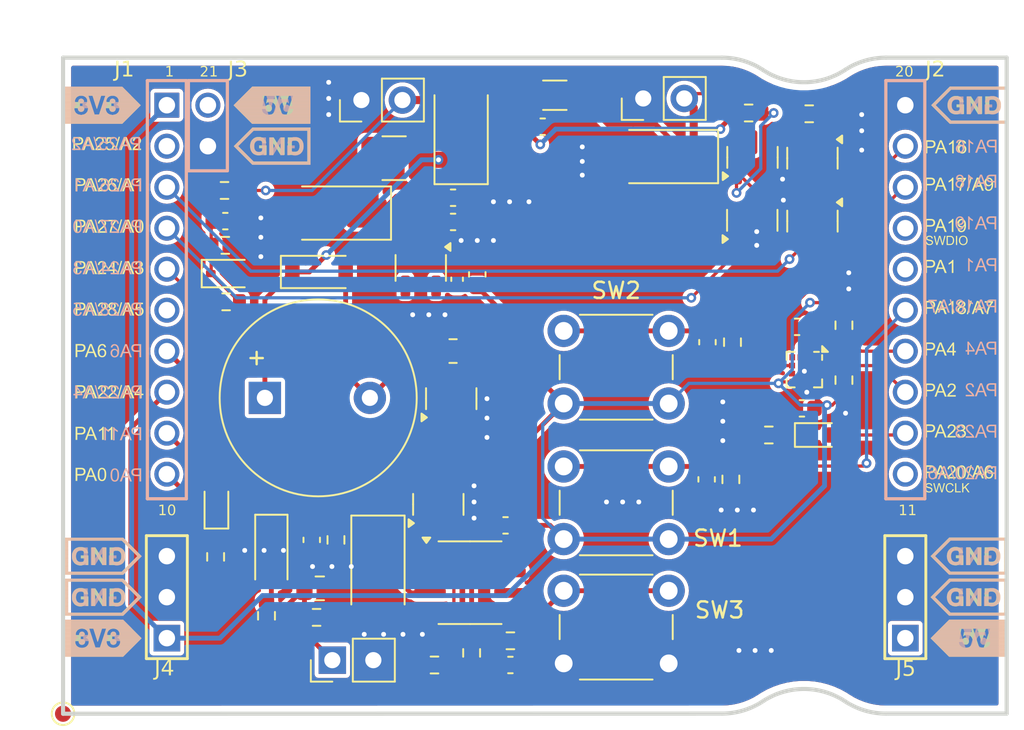
<source format=kicad_pcb>
(kicad_pcb (version 20240108) (generator "pcbnew") (generator_version "8.0")
  (layers (0 "F.Cu" signal "Top Layer") (31 "B.Cu" signal "Bottom Layer") (34 "B.Paste" user "Bottom Paste") (35 "F.Paste" user "Top Paste") (36 "B.SilkS" user "Bottom Overlay") (37 "F.SilkS" user "Top Overlay") (38 "B.Mask" user "Bottom Solder") (39 "F.Mask" user "Top Solder") (44 "Edge.Cuts" user))
  (net 0 "")
  (net 1 "PA11_BP")
  (net 2 "PA18_A7_BP")
  (net 3 "PA17_A9_BP")
  (net 4 "PA28_A5")
  (net 5 "PA27_UART_TX_A0")
  (net 6 "PA26_UART_RX_A1")
  (net 7 "PA20_A6")
  (net 8 "PA0_BP")
  (net 9 "PA1_NRST")
  (net 10 "PA25_A2")
  (net 11 "PA24_A3")
  (net 12 "PA23")
  (net 13 "PA22_A4")
  (net 14 "PA19")
  (net 15 "PA16")
  (net 16 "PA6")
  (net 17 "PA4")
  (net 18 "PA2")
  (net 19 "GND")
  (net 20 "+5V")
  (net 21 "3V3")
  (net 22 "12V")
  (net 23 "Net-(C17-Pad2)")
  (net 24 "Net-(D10-K)")
  (net 25 "Net-(BZ1-+)")
  (net 26 "VIN")
  (net 27 "LIN")
  (net 28 "Net-(D10-A)")
  (net 29 "Net-(Q1-C)")
  (net 30 "Net-(Q2-B)")
  (net 31 "Net-(Q5-C)")
  (net 32 "Net-(Q8-B)")
  (net 33 "Net-(D13-K)")
  (net 34 "Net-(U6A--)")
  (net 43 "V_ALL")
  (net 44 "Net-(D1-K)")
  (net 45 "Net-(D2-K)")
  (footprint "Resistor_SMD:R_0603_1608Metric" (layer "F.Cu") (at 165.487 88.15805 180)
    (property "Reference" "R21" (hide yes))
    (property "Value" "22K")
  )
  (footprint "Resistor_SMD:R_0603_1608Metric" (layer "F.Cu") (at 162.987 108.05805)
    (property "Reference" "R26" (hide yes))
    (property "Value" "560R")
  )
  (footprint "Resistor_SMD:R_0603_1608Metric" (layer "F.Cu") (at 142.287 122.30805)
    (property "Reference" "R27" (hide yes))
    (property "Value" "100K")
  )
  (footprint "Capacitor_SMD:C_0805_2012Metric" (layer "F.Cu") (at 135.187 117.55805 180)
    (property "Reference" "C17" (hide yes))
    (property "Value" "8.2nF")
  )
  (footprint "Resistor_SMD:R_0603_1608Metric" (layer "F.Cu") (at 146.987 120.80805)
    (property "Reference" "R10" (hide yes))
    (property "Value" "10K")
  )
  (footprint "Diode_SMD:D_SMA" (layer "F.Cu") (at 138.787 116.55805 -90)
    (property "Reference" "D11" (hide yes))
    (property "Value" "30V")
  )
  (footprint "LED_SMD:LED_0603_1608Metric" (layer "F.Cu") (at 128.787 112.36805 90)
    (property "Reference" "D2" (hide yes))
    (property "Value" "LED")
  )
  (footprint "Capacitor_SMD:C_0603_1608Metric" (layer "F.Cu") (at 159.137 110.80805 -90)
    (property "Reference" "C2" (hide yes))
    (property "Value" "0.1uF/50V")
  )
  (footprint "Resistor_SMD:R_0603_1608Metric" (layer "F.Cu") (at 167.637 104.65805 90)
    (property "Reference" "R1" (hide yes))
    (property "Value" "4.7K")
  )
  (footprint "Resistor_SMD:R_0603_1608Metric" (layer "F.Cu") (at 161.737 88.10805)
    (property "Reference" "R14" (hide yes))
    (property "Value" "22K")
  )
  (footprint "Connector_PinHeader_2.54mm:PinHeader_1x02_P2.54mm_Vertical" (layer "F.Cu") (at 137.762 87.30805 90)
    (property "Reference" "J1" (hide yes))
    (property "Value" "PWR")
  )
  (footprint "Package_TO_SOT_SMD:SOT-23" (layer "F.Cu") (at 142.5245 112.35805 90)
    (property "Reference" "Q8" (hide yes))
    (property "Value" "PDTC123JT")
  )
  (footprint "Package_TO_SOT_SMD:SOT-23" (layer "F.Cu") (at 161.962 94.75805 90)
    (property "Reference" "Q4" (hide yes))
    (property "Value" "PDTC123JT")
  )
  (footprint "Resistor_SMD:R_1210_3225Metric" (layer "F.Cu") (at 139.787 90.90805)
    (property "Reference" "R11" (hide yes))
    (property "Value" "47R-1/2W")
  )
  (footprint "Diode_SMD:D_SMA" (layer "F.Cu") (at 143.937 89.00805 90)
    (property "Reference" "D4" (hide yes))
    (property "Value" "S1M-13-F")
  )
  (footprint "Package_LGA:LGA-12_2x2mm_P0.5mm" (layer "F.Cu") (at 165.187 104.00805 -90)
    (property "Reference" "U1" (hide yes))
    (property "Value" "SC7A20")
  )
  (footprint "Diode_SMD:D_SOD-323" (layer "F.Cu") (at 129.487 98.05805)
    (property "Reference" "D1" (hide yes))
    (property "Value" "3V6")
  )
  (footprint "Connector_PinHeader_2.54mm:PinHeader_1x02_P2.54mm_Vertical" (layer "F.Cu") (at 135.962 122.00805 90)
    (property "Reference" "L1" (hide yes))
    (property "Value" "L")
  )
  (footprint "Diode_SMD:D_SOD-123" (layer "F.Cu") (at 135.137 97.95805)
    (property "Reference" "D3" (hide yes))
    (property "Value" "1N4148W")
  )
  (footprint "Capacitor_SMD:C_0603_1608Metric" (layer "F.Cu") (at 146.687 113.65805 180)
    (property "Reference" "C20" (hide yes))
    (property "Value" "0.1uF/50V")
  )
  (footprint "Diode_SMD:D_SOD-123" (layer "F.Cu") (at 132.187 115.35805 -90)
    (property "Reference" "D10" (hide yes))
    (property "Value" "1N4148W")
  )
  (footprint "Capacitor_SMD:C_0402_1005Metric" (layer "F.Cu") (at 143.687 98.40805 90)
    (property "Reference" "C14" (hide yes))
    (property "Value" "0.1uF/50V")
  )
  (footprint "Resistor_SMD:R_0603_1608Metric" (layer "F.Cu") (at 131.887 119.25805 -90)
    (property "Reference" "R24" (hide yes))
    (property "Value" "1K")
  )
  (footprint "Capacitor_SMD:C_0603_1608Metric" (layer "F.Cu") (at 165.037 106.40805)
    (property "Reference" "C3" (hide yes))
    (property "Value" "0.1uF")
  )
  (footprint "Resistor_SMD:R_0603_1608Metric" (layer "F.Cu") (at 136.187 114.55805 90)
    (property "Reference" "R25" (hide yes))
    (property "Value" "470K")
  )
  (footprint "Package_TO_SOT_SMD:SOT-23" (layer "F.Cu") (at 143.3245 105.80805 90)
    (property "Reference" "Q1" (hide yes))
    (property "Value" "PDTC123JT")
  )
  (footprint "Resistor_SMD:R_0603_1608Metric" (layer "F.Cu") (at 129.387 99.80805)
    (property "Reference" "R9" (hide yes))
    (property "Value" "1K")
  )
  (footprint "Package_TO_SOT_SMD:SOT-23" (layer "F.Cu") (at 165.687 90.90805 -90)
    (property "Reference" "Q5" (hide yes))
    (property "Value" "PDTC123JT")
  )
  (footprint "Button_Switch_THT:SW_PUSH_6mm" (layer "F.Cu") (at 156.787 114.50805 180)
    (property "Reference" "SW1")
    (property "Value" "SW_Push")
  )
  (footprint "haidv-library:BRT1209PF-06" (layer "F.Cu") (at 131.287 105.75805)
    (property "Reference" "BZ1" (hide yes))
    (property "Value" "Buzzer")
  )
  (footprint "Package_TO_SOT_SMD:SOT-23" (layer "F.Cu") (at 161.9745 90.85805 90)
    (property "Reference" "Q2" (hide yes))
    (property "Value" "PBSS4041NT,215")
  )
  (footprint "Capacitor_SMD:C_0603_1608Metric" (layer "F.Cu") (at 143.437 94.85805)
    (property "Reference" "C9" (hide yes))
    (property "Value" "2.2uF/25V")
  )
  (footprint "Package_SO:SOIC-8_3.9x4.9mm_P1.27mm" (layer "F.Cu") (at 144.487 117.20805)
    (property "Reference" "U6" (hide yes))
    (property "Value" "LM358")
  )
  (footprint "Resistor_SMD:R_0603_1608Metric" (layer "F.Cu") (at 144.587 121.55805 -90)
    (property "Reference" "R28" (hide yes))
    (property "Value" "100K")
  )
  (footprint "Diode_SMD:D_SMA" (layer "F.Cu") (at 156.337 90.80805 180)
    (property "Reference" "D5" (hide yes))
    (property "Value" "TVS20V")
  )
  (footprint "Resistor_SMD:R_0603_1608Metric" (layer "F.Cu") (at 129.287 92.90805 180)
    (property "Reference" "R3" (hide yes))
    (property "Value" "100K")
  )
  (footprint "Connector_PinHeader_2.54mm:PinHeader_1x02_P2.54mm_Vertical" (layer "F.Cu") (at 155.212 87.20805 90)
    (property "Reference" "J2" (hide yes))
    (property "Value" "KLINE")
  )
  (footprint "Capacitor_SMD:C_0603_1608Metric" (layer "F.Cu") (at 134.687 114.55805 90)
    (property "Reference" "C18" (hide yes))
    (property "Value" "1nF")
  )
  (footprint "Resistor_SMD:R_0603_1608Metric" (layer "F.Cu") (at 160.737 102.30805 90)
    (property "Reference" "R4" (hide yes))
    (property "Value" "10K")
  )
  (footprint "Resistor_SMD:R_0603_1608Metric" (layer "F.Cu") (at 134.987 119.35805 180)
    (property "Reference" "R22" (hide yes))
    (property "Value" "220K")
  )
  (footprint "Button_Switch_THT:SW_PUSH_6mm" (layer "F.Cu") (at 156.787 106.10805 180)
    (property "Reference" "SW2")
    (property "Value" "SW_Push")
  )
  (footprint "Resistor_SMD:R_0603_1608Metric" (layer "F.Cu") (at 167.637 101.25805 -90)
    (property "Reference" "R2" (hide yes))
    (property "Value" "4.7K")
  )
  (footprint "Capacitor_SMD:C_0603_1608Metric" (layer "F.Cu") (at 148.987 88.95805)
    (property "Reference" "C5" (hide yes))
    (property "Value" "0.1uF/50V")
  )
  (footprint "Resistor_SMD:R_0603_1608Metric" (layer "F.Cu") (at 129.337 96.30805 180)
    (property "Reference" "R5" (hide yes))
    (property "Value" "10K")
  )
  (footprint "Capacitor_SMD:C_0603_1608Metric" (layer "F.Cu") (at 159.187 102.30805 -90)
    (property "Reference" "C7" (hide yes))
    (property "Value" "0.1uF/50V")
  )
  (footprint "Package_TO_SOT_SMD:SOT-23-5" (layer "F.Cu") (at 141.437 97.70805 -90)
    (property "Reference" "U4" (hide yes))
    (property "Value" "AP7380-33W5-7")
  )
  (footprint "Package_TO_SOT_SMD:SOT-23" (layer "F.Cu") (at 165.687 94.80805 -90)
    (property "Reference" "Q6" (hide yes))
    (property "Value" "PDTC123JT")
  )
  (footprint "Capacitor_SMD:C_0603_1608Metric" (layer "F.Cu") (at 164.737 101.35805 180)
    (property "Reference" "C4" (hide yes))
    (property "Value" "0.1uF")
  )
  (footprint "Resistor_SMD:R_0805_2012Metric_Pad1.20x1.40mm_HandSolder" (layer "F.Cu") (at 143.437 102.85805 180)
    (property "Reference" "R7" (hide yes))
    (property "Value" "100R")
  )
  (footprint "Vault:PEC03SAAN_Launchpad_3V3" (layer "F.Cu") (at 125.7173 118.10555 90)
    (property "Reference" "J4")
    (property "Value" "PEC03SAAN" (hide yes))
  )
  (footprint "LED_SMD:LED_0603_1608Metric" (layer "F.Cu") (at 166.087 108.05805)
    (property "Reference" "D13" (hide yes))
    (property "Value" "LED")
  )
  (footprint "Capacitor_SMD:C_0603_1608Metric" (layer "F.Cu") (at 146.987 122.30805 180)
    (property "Reference" "C8" (hide yes))
    (property "Value" "0.1uF/50V")
  )
  (footprint "Capacitor_SMD:C_0603_1608Metric" (layer "F.Cu") (at 143.437 93.35805)
    (property "Reference" "C6" (hide yes))
    (property "Value" "0.1uF/50V")
  )
  (footprint "Resistor_SMD:R_0603_1608Metric" (layer "F.Cu") (at 128.737 115.60805 90)
    (property "Reference" "R8" (hide yes))
    (property "Value" "560R")
  )
  (footprint "Resistor_SMD:R_1206_3216Metric" (layer "F.Cu") (at 149.737 87.00805 180)
    (property "Reference" "R12" (hide yes))
    (property "Value" "1K")
  )
  (footprint "Diode_SMD:D_SMA" (layer "F.Cu") (at 136.087 94.30805 180)
    (property "Reference" "D6" (hide yes))
    (property "Value" "TVS20V")
  )
  (footprint "Capacitor_SMD:C_0603_1608Metric" (layer "F.Cu") (at 144.937 98.10805 90)
    (property "Reference" "C15" (hide yes))
    (property "Value" "4.7uF/10V")
  )
  (footprint "TestPoint:TestPoint_Pad_D1.0mm" (layer "F.Cu") (at 119.2911 125.32805)
    (property "Reference" "TP1" (hide yes))
    (property "Value" "GND")
  )
  (footprint "Vault:PEC03SAAN_Launchpad_5V0" (layer "F.Cu") (at 171.4373 118.10555 90)
    (property "Reference" "J5")
    (property "Value" "PEC03SAAN" (hide yes))
  )
  (footprint "Resistor_SMD:R_0603_1608Metric" (layer "F.Cu") (at 160.637 110.80805 90)
    (property "Reference" "R6" (hide yes))
    (property "Value" "10K")
  )
  (footprint "Button_Switch_THT:SW_PUSH_6mm" (layer "F.Cu") (at 156.787 122.20805 180)
    (property "Reference" "SW3")
    (property "Value" "SW_Push")
  )
  (footprint "Capacitor_SMD:C_0603_1608Metric" (layer "F.Cu") (at 129.337 94.80805)
    (property "Reference" "C1" (hide yes))
    (property "Value" "0.1uF")
  )
  (footprint "Vault:BoosterPack_20pin_J2" (layer "B.Cu") (at 171.4373 99.05555 180)
    (property "Reference" "J2" (hide yes))
    (property "Value" "SSQ-110-03-F-S" (hide yes))
  )
  (footprint "Vault:BoosterPack_20pin_J3" (layer "B.Cu") (at 128.2573 88.89555 180)
    (property "Reference" "J3" (hide yes))
    (property "Value" "SSQ-102-03-F-S" (hide yes))
  )
  (footprint "Vault:BoosterPack_20pin_J1" (layer "B.Cu") (at 125.7173 99.05555 180)
    (property "Reference" "J1" (hide yes))
    (property "Value" "SSQ-110-03-F-S" (hide yes))
  )
  (gr_arc (start 160.0835 84.67915) (mid 161.409418 84.873754) (end 162.623499 85.44115) (stroke (width 0.254)) (layer "Edge.Cuts"))
  (gr_line (start 167.703498 124.557317) (end 167.703498 124.55732) (stroke (width 0.05)) (layer "Edge.Cuts"))
  (gr_arc (start 162.623538 124.552894) (mid 161.409763 125.122521) (end 160.083492 125.319324) (stroke (width 0.254)) (layer "Edge.Cuts"))
  (gr_arc (start 162.62354 124.55289) (mid 165.164183 123.793094) (end 167.703498 124.55732) (stroke (width 0.254)) (layer "Edge.Cuts"))
  (gr_line (start 162.623499 85.44115) (end 162.62349 85.441152) (stroke (width 0.05)) (layer "Edge.Cuts"))
  (gr_line (start 162.62354 124.55289) (end 162.623538 124.552894) (stroke (width 0.05)) (layer "Edge.Cuts"))
  (gr_line (start 170.2435 84.68) (end 177.7111 84.679088) (stroke (width 0.254)) (layer "Edge.Cuts"))
  (gr_line (start 119.2911 125.32805) (end 119.2911 84.67915) (stroke (width 0.254)) (layer "Edge.Cuts"))
  (gr_arc (start 167.703448 85.441206) (mid 165.163461 86.203177) (end 162.62349 85.441152) (stroke (width 0.254)) (layer "Edge.Cuts"))
  (gr_line (start 177.7111 84.67915) (end 177.7111 125.31915) (stroke (width 0.254)) (layer "Edge.Cuts"))
  (gr_line (start 160.083492 125.319324) (end 160.0835 125.31932) (stroke (width 0.05)) (layer "Edge.Cuts"))
  (gr_line (start 160.0835 125.31932) (end 119.2911 125.32805) (stroke (width 0.254)) (layer "Edge.Cuts"))
  (gr_line (start 177.7111 125.31915) (end 170.243499 125.31915) (stroke (width 0.254)) (layer "Edge.Cuts"))
  (gr_arc (start 167.703451 85.441205) (mid 168.917614 84.874207) (end 170.243496 84.68) (stroke (width 0.254)) (layer "Edge.Cuts"))
  (gr_line (start 119.2911 84.67915) (end 160.0835 84.67915) (stroke (width 0.254)) (layer "Edge.Cuts"))
  (gr_arc (start 170.243499 125.31915) (mid 168.917589 125.124638) (end 167.703498 124.557317) (stroke (width 0.254)) (layer "Edge.Cuts"))
  (gr_line (start 170.243496 84.68) (end 170.2435 84.68) (stroke (width 0.05)) (layer "Edge.Cuts"))
  (gr_line (start 167.703448 85.441206) (end 167.703451 85.441205) (stroke (width 0.05)) (layer "Edge.Cuts"))
  (gr_text_box "PA1" (start 174.60781 96.517606) (end 177.75385 98.686254) (layer "B.SilkS") (effects (font (size 0.8001 0.8001) (thickness 0.1524)) (justify left top mirror)) (border no) (stroke (width 0.1)))
  (gr_text_box "PA27/A0" (start 119.17566 94.135036) (end 124.81438 96.327234) (layer "B.SilkS") (effects (font (size 0.8001 0.8001) (thickness 0.1524)) (justify left top mirror)) (border no) (stroke (width 0.1)))
  (gr_text_box "PA26/A1" (start 119.32936 91.569636) (end 124.81438 93.761834) (layer "B.SilkS") (effects (font (size 0.8001 0.8001) (thickness 0.1524)) (justify left top mirror)) (border no) (stroke (width 0.1)))
  (gr_text_box "PA11" (start 121.03618 106.985586) (end 124.81438 109.154234) (layer "B.SilkS") (effects (font (size 0.8001 0.8001) (thickness 0.1524)) (justify left top mirror)) (border no) (stroke (width 0.1)))
  (gr_text_box "PA6" (start 121.51216 101.841146) (end 124.81438 104.023434) (layer "B.SilkS") (effects (font (size 0.8001 0.8001) (thickness 0.1524)) (justify left top mirror)) (border no) (stroke (width 0.1)))
  (gr_text_box "PA18" (start 173.81699 91.341416) (end 177.75385 93.523704) (layer "B.SilkS") (effects (font (size 0.8001 0.8001) (thickness 0.1524)) (justify left top mirror)) (border no) (stroke (width 0.1)))
  (gr_text_box "PA20/A6" (start 172.11265 109.400436) (end 177.75385 111.592634) (layer "B.SilkS") (effects (font (size 0.8001 0.8001) (thickness 0.1524)) (justify left top mirror)) (border no) (stroke (width 0.1)))
  (gr_text_box "PA25/A2" (start 119.10442 89.004236) (end 124.73818 91.196434) (layer "B.SilkS") (effects (font (size 0.8001 0.8001) (thickness 0.1524)) (justify left top mirror)) (border no) (stroke (width 0.1)))
  (gr_text_box "PA2" (start 174.45906 104.261436) (end 177.75385 106.430084) (layer "B.SilkS") (effects (font (size 0.8001 0.8001) (thickness 0.1524)) (justify left top mirror)) (border no) (stroke (width 0.1)))
  (gr_text_box "PA22/A4" (start 119.17566 104.396636) (end 124.81438 106.588834) (layer "B.SilkS") (effects (font (size 0.8001 0.8001) (thickness 0.1524)) (justify left top mirror)) (border no) (stroke (width 0.1)))
  (gr_text_box "PA16" (start 172.11294 89.172531) (end 177.77338 91.843569) (layer "B.SilkS") (effects (font (size 0.8001 0.8001) (thickness 0.1524)) (justify left top mirror)) (border no) (stroke (width 0.1)))
  (gr_text_box "PA19" (start 173.81699 93.922696) (end 177.75385 96.104984) (layer "B.SilkS") (effects (font (size 0.8001 0.8001) (thickness 0.1524)) (justify left top mirror)) (border no) (stroke (width 0.1)))
  (gr_text_box "PA18/A7" (start 172.11265 99.075336) (end 177.75385 101.267534) (layer "B.SilkS") (effects (font (size 0.8001 0.8001) (thickness 0.1524)) (justify left top mirror)) (border no) (stroke (width 0.1)))
  (gr_text_box "PA0" (start 121.51464 109.537346) (end 124.81438 111.719634) (layer "B.SilkS") (effects (font (size 0.8001 0.8001) (thickness 0.1524)) (justify left top mirror)) (border no) (stroke (width 0.1)))
  (gr_text_box "PA28/A5" (start 119.16699 99.265836) (end 124.81438 101.458034) (layer "B.SilkS") (effects (font (size 0.8001 0.8001) (thickness 0.1524)) (justify left top mirror)) (border no) (stroke (width 0.1)))
  (gr_text_box "PA4" (start 174.45411 101.683866) (end 177.75385 103.848804) (layer "B.SilkS") (effects (font (size 0.8001 0.8001) (thickness 0.1524)) (justify left top mirror)) (border no) (stroke (width 0.1)))
  (gr_text_box "PA24/A3" (start 119.17318 96.700436) (end 124.81438 98.892634) (layer "B.SilkS") (effects (font (size 0.8001 0.8001) (thickness 0.1524)) (justify left top mirror)) (border no) (stroke (width 0.1)))
  (gr_text_box "PA23" (start 173.81947 106.829066) (end 177.75385 109.011354) (layer "B.SilkS") (effects (font (size 0.8001 0.8001) (thickness 0.1524)) (justify left top mirror)) (border no) (stroke (width 0.1)))
  (gr_text_box "PA1" (start 171.98462 96.619306) (end 178.71314 98.810084) (layer "F.SilkS") (effects (font (size 0.8001 0.8001) (thickness 0.1524)) (justify left top)) (border no) (stroke (width 0.1)))
  (gr_text_box "PA19" (start 171.98462 94.081446) (end 175.92148 96.263734) (layer "F.SilkS") (effects (font (size 0.8001 0.8001) (thickness 0.1524)) (justify left top)) (border no) (stroke (width 0.1)))
  (gr_text_box "PA28/A5" (start 119.38122 99.261746) (end 125.88278 101.619134) (layer "F.SilkS") (effects (font (size 0.8001 0.8001) (thickness 0.1524)) (justify left top)) (border no) (stroke (width 0.1)))
  (gr_text_box "SWCLK" (start 172.214764 110.632661) (end 175.912136 112.167299) (layer "F.SilkS") (effects (font (size 0.56007 0.56007) (thickness 0.1524)) (justify left top)) (border no) (stroke (width 0.1)))
  (gr_text_box "PA24/A3" (start 119.38122 96.693586) (end 125.87504 99.051684) (layer "F.SilkS") (effects (font (size 0.8001 0.8001) (thickness 0.1524)) (justify left top)) (border no) (stroke (width 0.1)))
  (gr_text_box "PA11" (start 119.38122 106.961396) (end 123.6461 109.289234) (layer "F.SilkS") (effects (font (size 0.8001 0.8001) (thickness 0.1524)) (justify left top)) (border no) (stroke (width 0.1)))
  (gr_text_box "SWDIO" (start 172.250724 95.30805) (end 177.523276 97.573918) (layer "F.SilkS") (effects (font (size 0.56007 0.56007) (thickness 0.1524)) (justify left top)) (border no) (stroke (width 0.1)))
  (gr_text_box "PA16" (start 172.00678 89.20805) (end 177.66722 92.133008) (layer "F.SilkS") (effects (font (size 0.8001 0.8001) (thickness 0.1524)) (justify left top)) (border no) (stroke (width 0.1)))
  (gr_text_box "PA26/A1" (start 119.38122 91.558886) (end 125.68719 93.916274) (layer "F.SilkS") (effects (font (size 0.8001 0.8001) (thickness 0.1524)) (justify left top)) (border no) (stroke (width 0.1)))
  (gr_text_box "PA0" (start 119.38122 109.502606) (end 123.22649 111.846634) (layer "F.SilkS") (effects (font (size 0.8001 0.8001) (thickness 0.1524)) (justify left top)) (border no) (stroke (width 0.1)))
  (gr_text_box "PA22/A4" (start 119.38122 104.386586) (end 125.87153 106.743974) (layer "F.SilkS") (effects (font (size 0.8001 0.8001) (thickness 0.1524)) (justify left top)) (border no) (stroke (width 0.1)))
  (gr_text_box "PA6" (start 119.38122 101.832506) (end 123.22649 104.176534) (layer "F.SilkS") (effects (font (size 0.8001 0.8001) (thickness 0.1524)) (justify left top)) (border no) (stroke (width 0.1)))
  (gr_text_box "PA23" (start 171.98462 106.813196) (end 175.919 108.995484) (layer "F.SilkS") (effects (font (size 0.8001 0.8001) (thickness 0.1524)) (justify left top)) (border no) (stroke (width 0.1)))
  (gr_text_box "PA2" (start 171.98462 104.280486) (end 175.27941 106.449134) (layer "F.SilkS") (effects (font (size 0.8001 0.8001) (thickness 0.1524)) (justify left top)) (border no) (stroke (width 0.1)))
  (gr_text_box "PA20/A6" (start 171.98462 109.349636) (end 177.62582 111.541834) (layer "F.SilkS") (effects (font (size 0.8001 0.8001) (thickness 0.1524)) (justify left top)) (border no) (stroke (width 0.1)))
  (gr_text_box "PA4" (start 171.98462 101.737846) (end 175.28436 103.902784) (layer "F.SilkS") (effects (font (size 0.8001 0.8001) (thickness 0.1524)) (justify left top)) (border no) (stroke (width 0.1)))
  (gr_text_box "PA18/A7" (start 171.98462 99.164236) (end 177.62582 101.356434) (layer "F.SilkS") (effects (font (size 0.8001 0.8001) (thickness 0.1524)) (justify left top)) (border no) (stroke (width 0.1)))
  (gr_text_box "PA27/A0" (start 119.38122 94.126326) (end 125.87153 96.483714) (layer "F.SilkS") (effects (font (size 0.8001 0.8001) (thickness 0.1524)) (justify left top)) (border no) (stroke (width 0.1)))
  (gr_text_box "PA17/A9" (start 171.98462 91.525186) (end 177.6283 93.717384) (layer "F.SilkS") (effects (font (size 0.8001 0.8001) (thickness 0.1524)) (justify left top)) (border no) (stroke (width 0.1)))
  (gr_text_box "PA25/A2" (start 119.241105 89.00805) (end 126.932895 92.186928) (layer "F.SilkS") (effects (font (size 0.8001 0.8001) (thickness 0.1524)) (justify left top)) (border no) (stroke (width 0.1)))
  (segment (start 126.5298 108.75805) (end 132.987 108.75805) (width 0.3) (layer "F.Cu") (net 1))
  (segment (start 142.5245 111.42055) (end 141.937 111.42055) (width 0.2) (layer "F.Cu") (net 1))
  (segment (start 135.6495 111.42055) (end 141.437 111.42055) (width 0.3) (layer "F.Cu") (net 1))
  (segment (start 141.437 111.42055) (end 141.937 111.42055) (width 0.3) (layer "F.Cu") (net 1))
  (segment (start 141.437 111.42055) (end 142.5245 111.42055) (width 0.3) (layer "F.Cu") (net 1))
  (segment (start 132.987 108.75805) (end 135.6495 111.42055) (width 0.3) (layer "F.Cu") (net 1))
  (segment (start 125.7173 107.94555) (end 126.5298 108.75805) (width 0.3) (layer "F.Cu") (net 1))
  (segment (start 169.037 109.80805) (end 168.862 109.98305) (width 0.2) (layer "F.Cu") (net 2))
  (segment (start 160.612 110.00805) (end 160.637 109.98305) (width 0.3) (layer "F.Cu") (net 2))
  (segment (start 168.862 109.98305) (end 160.637 109.98305) (width 0.2) (layer "F.Cu") (net 2))
  (segment (start 156.787 110.00805) (end 160.612 110.00805) (width 0.3) (layer "F.Cu") (net 2))
  (segment (start 150.287 110.00805) (end 156.787 110.00805) (width 0.3) (layer "F.Cu") (net 2))
  (via (at 169.037 109.80805) (size 0.6) (drill 0.3) (layers "F.Cu" "B.Cu") (net 2))
  (segment (start 169.037 109.80805) (end 169.037 102.72585) (width 0.2) (layer "B.Cu") (net 2))
  (segment (start 169.037 102.72585) (end 171.4373 100.32555) (width 0.2) (layer "B.Cu") (net 2))
  (segment (start 165.818238 97.55805) (end 166.487 97.55805) (width 0.2) (layer "F.Cu") (net 3))
  (segment (start 171.3395 92.70555) (end 171.4373 92.70555) (width 0.2) (layer "F.Cu") (net 3))
  (segment (start 166.487 97.55805) (end 171.3395 92.70555) (width 0.2) (layer "F.Cu") (net 3))
  (segment (start 162.537 102.30805) (end 162.537 100.839288) (width 0.2) (layer "F.Cu") (net 3))
  (segment (start 164.4245 103.75805) (end 163.987 103.75805) (width 0.2) (layer "F.Cu") (net 3))
  (segment (start 163.987 103.75805) (end 162.537 102.30805) (width 0.2) (layer "F.Cu") (net 3))
  (segment (start 162.537 100.839288) (end 165.818238 97.55805) (width 0.2) (layer "F.Cu") (net 3))
  (segment (start 161.012 96.73305) (end 161.012 95.69555) (width 0.2) (layer "F.Cu") (net 5))
  (segment (start 158.187 99.55805) (end 161.012 96.73305) (width 0.2) (layer "F.Cu") (net 5))
  (via (at 158.187 99.55805) (size 0.6) (drill 0.3) (layers "F.Cu" "B.Cu") (net 5))
  (segment (start 130.0298 99.55805) (end 158.187 99.55805) (width 0.2) (layer "B.Cu") (net 5))
  (segment (start 129.3459 98.87415) (end 130.0298 99.55805) (width 0.2) (layer "B.Cu") (net 5))
  (segment (start 129.3459 98.87415) (end 125.7173 95.24555) (width 0.2) (layer "B.Cu") (net 5))
  (segment (start 164.26825 97.1643) (end 165.687 95.74555) (width 0.2) (layer "F.Cu") (net 6))
  (via (at 164.26825 97.1643) (size 0.6) (drill 0.3) (layers "F.Cu" "B.Cu") (net 6))
  (segment (start 163.5245 97.90805) (end 130.9198 97.90805) (width 0.2) (layer "B.Cu") (net 6))
  (segment (start 164.26825 97.1643) (end 163.5245 97.90805) (width 0.2) (layer "B.Cu") (net 6))
  (segment (start 130.9198 97.90805) (end 125.7173 92.70555) (width 0.2) (layer "B.Cu") (net 6))
  (segment (start 126.8123 111.58055) (end 125.7173 110.48555) (width 0.3) (layer "F.Cu") (net 8))
  (segment (start 128.787 111.58055) (end 126.8123 111.58055) (width 0.3) (layer "F.Cu") (net 8))
  (segment (start 127.7398 99.80805) (end 125.7173 97.78555) (width 0.2) (layer "F.Cu") (net 11))
  (segment (start 128.562 99.80805) (end 127.7398 99.80805) (width 0.2) (layer "F.Cu") (net 11))
  (segment (start 171.3248 108.05805) (end 171.4373 107.94555) (width 0.2) (layer "F.Cu") (net 12))
  (segment (start 166.8745 108.05805) (end 171.3248 108.05805) (width 0.2) (layer "F.Cu") (net 12))
  (segment (start 146.537 124.15805) (end 126.3911 124.15805) (width 0.3) (layer "F.Cu") (net 13))
  (segment (start 147.762 122.30805) (end 147.762 120.85805) (width 0.3) (layer "F.Cu") (net 13))
  (segment (start 122.937 108.18585) (end 125.7173 105.40555) (width 0.3) (layer "F.Cu") (net 13))
  (segment (start 147.762 122.93305) (end 146.537 124.15805) (width 0.3) (layer "F.Cu") (net 13))
  (segment (start 150.287 117.70805) (end 156.787 117.70805) (width 0.3) (layer "F.Cu") (net 13))
  (segment (start 147.762 120.85805) (end 147.812 120.80805) (width 0.3) (layer "F.Cu") (net 13))
  (segment (start 147.812 120.18305) (end 150.287 117.70805) (width 0.3) (layer "F.Cu") (net 13))
  (segment (start 147.812 120.80805) (end 147.812 120.18305) (width 0.3) (layer "F.Cu") (net 13))
  (segment (start 147.762 122.30805) (end 147.762 122.93305) (width 0.3) (layer "F.Cu") (net 13))
  (segment (start 122.937 120.70395) (end 122.937 108.18585) (width 0.3) (layer "F.Cu") (net 13))
  (segment (start 126.3911 124.15805) (end 122.937 120.70395) (width 0.3) (layer "F.Cu") (net 13))
  (segment (start 161.327552 101.48305) (end 168.737 94.073602) (width 0.2) (layer "F.Cu") (net 15))
  (segment (start 168.737 92.86585) (end 171.4373 90.16555) (width 0.2) (layer "F.Cu") (net 15))
  (segment (start 168.737 94.073602) (end 168.737 92.86585) (width 0.2) (layer "F.Cu") (net 15))
  (segment (start 150.287 101.60805) (end 156.787 101.60805) (width 0.3) (layer "F.Cu") (net 15))
  (segment (start 156.787 101.60805) (end 160.612 101.60805) (width 0.3) (layer "F.Cu") (net 15))
  (segment (start 160.737 101.48305) (end 161.327552 101.48305) (width 0.2) (layer "F.Cu") (net 15))
  (segment (start 160.612 101.60805) (end 160.737 101.48305) (width 0.3) (layer "F.Cu") (net 15))
  (segment (start 125.7173 102.86555) (end 130.7598 107.90805) (width 0.3) (layer "F.Cu") (net 16))
  (segment (start 141.212 107.90805) (end 142.3745 106.74555) (width 0.3) (layer "F.Cu") (net 16))
  (segment (start 130.7598 107.90805) (end 141.212 107.90805) (width 0.3) (layer "F.Cu") (net 16))
  (segment (start 167.987 102.15805) (end 168.6945 102.86555) (width 0.2) (layer "F.Cu") (net 17))
  (segment (start 165.437 102.78305) (end 166.062 102.15805) (width 0.2) (layer "F.Cu") (net 17))
  (segment (start 168.6945 102.86555) (end 171.4373 102.86555) (width 0.2) (layer "F.Cu") (net 17))
  (segment (start 166.062 102.15805) (end 167.987 102.15805) (width 0.2) (layer "F.Cu") (net 17))
  (segment (start 165.437 103.24555) (end 165.437 102.78305) (width 0.2) (layer "F.Cu") (net 17))
  (segment (start 165.9495 103.75805) (end 169.7898 103.75805) (width 0.2) (layer "F.Cu") (net 18))
  (segment (start 169.7898 103.75805) (end 171.4373 105.40555) (width 0.2) (layer "F.Cu") (net 18))
  (segment (start 163.962 100.584521) (end 166.538471 98.00805) (width 0.2) (layer "F.Cu") (net 19))
  (segment (start 163.962 101.35805) (end 163.962 100.584521) (width 0.2) (layer "F.Cu") (net 19))
  (segment (start 166.538471 98.00805) (end 167.937 98.00805) (width 0.2) (layer "F.Cu") (net 19))
  (via (at 148.137 93.60805) (size 0.6) (drill 0.3) (layers "F.Cu" "B.Cu") (net 19))
  (via (at 152.937 112.20805) (size 0.6) (drill 0.3) (layers "F.Cu" "B.Cu") (net 19))
  (via (at 141.537 120.40805) (size 0.6) (drill 0.3) (layers "F.Cu" "B.Cu") (net 19))
  (via (at 163.887 93.50805) (size 0.6) (drill 0.3) (layers "F.Cu" "B.Cu") (net 19))
  (via (at 154.937 112.20805) (size 0.6) (drill 0.3) (layers "F.Cu" "B.Cu") (net 19))
  (via (at 165.187 104.10805) (size 0.6) (drill 0.3) (layers "F.Cu" "B.Cu") (net 19))
  (via (at 144.737 112.20805) (size 0.6) (drill 0.3) (layers "F.Cu" "B.Cu") (net 19))
  (via (at 134.737 116.20805) (size 0.6) (drill 0.3) (layers "F.Cu" "B.Cu") (net 19))
  (via (at 130.537 115.20805) (size 0.6) (drill 0.3) (layers "F.Cu" "B.Cu") (net 19))
  (via (at 132.937 115.20805) (size 0.6) (drill 0.3) (layers "F.Cu" "B.Cu") (net 19))
  (via (at 145.537 108.20805) (size 0.6) (drill 0.3) (layers "F.Cu" "B.Cu") (net 19))
  (via (at 160.037 112.70805) (size 0.6) (drill 0.3) (layers "F.Cu" "B.Cu") (net 19))
  (via (at 135.737 87.20805) (size 0.6) (drill 0.3) (layers "F.Cu" "B.Cu") (net 19))
  (via (at 162.037 112.70805) (size 0.6) (drill 0.3) (layers "F.Cu" "B.Cu") (net 19))
  (via (at 167.737 106.70805) (size 0.6) (drill 0.3) (layers "F.Cu" "B.Cu") (net 19))
  (via (at 167.937 98.00805) (size 0.6) (drill 0.3) (layers "F.Cu" "B.Cu") (net 19))
  (via (at 163.837 92.20805) (size 0.6) (drill 0.3) (layers "F.Cu" "B.Cu") (net 19))
  (via (at 168.737 88.20805) (size 0.6) (drill 0.3) (layers "F.Cu" "B.Cu") (net 19))
  (via (at 160.137 108.40805) (size 0.6) (drill 0.3) (layers "F.Cu" "B.Cu") (net 19))
  (via (at 144.737 113.20805) (size 0.6) (drill 0.3) (layers "F.Cu" "B.Cu") (net 19))
  (via (at 162.137 121.40805) (size 0.6) (drill 0.3) (layers "F.Cu" "B.Cu") (net 19))
  (via (at 163.137 121.40805) (size 0.6) (drill 0.3) (layers "F.Cu" "B.Cu") (net 19))
  (via (at 145.937 96.00805) (size 0.6) (drill 0.3) (layers "F.Cu" "B.Cu") (net 19))
  (via (at 160.137 106.00805) (size 0.6) (drill 0.3) (layers "F.Cu" "B.Cu") (net 19))
  (via (at 131.537 95.80805) (size 0.6) (drill 0.3) (layers "F.Cu" "B.Cu") (net 19))
  (via (at 151.437 91.95805) (size 0.6) (drill 0.3) (layers "F.Cu" "B.Cu") (net 19))
  (via (at 144.737 111.20805) (size 0.6) (drill 0.3) (layers "F.Cu" "B.Cu") (net 19))
  (via (at 141.937 100.60805) (size 0.6) (drill 0.3) (layers "F.Cu" "B.Cu") (net 19))
  (via (at 140.337 120.40805) (size 0.6) (drill 0.3) (layers "F.Cu" "B.Cu") (net 19))
  (via (at 145.537 105.80805) (size 0.6) (drill 0.3) (layers "F.Cu" "B.Cu") (net 19))
  (via (at 135.737 86.20805) (size 0.6) (drill 0.3) (layers "F.Cu" "B.Cu") (net 19))
  (via (at 143.937 96.00805) (size 0.6) (drill 0.3) (layers "F.Cu" "B.Cu") (net 19))
  (via (at 139.137 120.40805) (size 0.6) (drill 0.3) (layers "F.Cu" "B.Cu") (net 19))
  (via (at 137.937 120.40805) (size 0.6) (drill 0.3) (layers "F.Cu" "B.Cu") (net 19))
  (via (at 131.537 94.60805) (size 0.6) (drill 0.3) (layers "F.Cu" "B.Cu") (net 19))
  (via (at 144.937 96.00805) (size 0.6) (drill 0.3) (layers "F.Cu" "B.Cu") (net 19))
  (via (at 146.937 93.60805) (size 0.6) (drill 0.3) (layers "F.Cu" "B.Cu") (net 19))
  (via (at 153.937 112.20805) (size 0.6) (drill 0.3) (layers "F.Cu" "B.Cu") (net 19))
  (via (at 145.937 93.60805) (size 0.6) (drill 0.3) (layers "F.Cu" "B.Cu") (net 19))
  (via (at 162.237 95.45805) (size 0.6) (drill 0.3) (layers "F.Cu" "B.Cu") (net 19))
  (via (at 168.737 89.20805) (size 0.6) (drill 0.3) (layers "F.Cu" "B.Cu") (net 19))
  (via (at 161.037 112.70805) (size 0.6) (drill 0.3) (layers "F.Cu" "B.Cu") (net 19))
  (via (at 131.537 97.00805) (size 0.6) (drill 0.3) (layers "F.Cu" "B.Cu") (net 19))
  (via (at 151.437 91.10805) (size 0.6) (drill 0.3) (layers "F.Cu" "B.Cu") (net 19))
  (via (at 168.737 90.40805) (size 0.6) (drill 0.3) (layers "F.Cu" "B.Cu") (net 19))
  (via (at 135.937 116.20805) (size 0.6) (drill 0.3) (layers "F.Cu" "B.Cu") (net 19))
  (via (at 162.237 96.30805) (size 0.6) (drill 0.3) (layers "F.Cu" "B.Cu") (net 19))
  (via (at 137.137 116.20805) (size 0.6) (drill 0.3) (layers "F.Cu" "B.Cu") (net 19))
  (via (at 131.737 115.20805) (size 0.6) (drill 0.3) (layers "F.Cu" "B.Cu") (net 19))
  (via (at 167.937 99.00805) (size 0.6) (drill 0.3) (layers "F.Cu" "B.Cu") (net 19))
  (via (at 165.337 105.40805) (size 0.6) (drill 0.3) (layers "F.Cu" "B.Cu") (net 19))
  (via (at 140.937 100.60805) (size 0.6) (drill 0.3) (layers "F.Cu" "B.Cu") (net 19))
  (via (at 135.737 88.20805) (size 0.6) (drill 0.3) (layers "F.Cu" "B.Cu") (net 19))
  (via (at 142.937 100.60805) (size 0.6) (drill 0.3) (layers "F.Cu" "B.Cu") (net 19))
  (via (at 145.537 107.00805) (size 0.6) (drill 0.3) (layers "F.Cu" "B.Cu") (net 19))
  (via (at 151.437 90.20805) (size 0.6) (drill 0.3) (layers "F.Cu" "B.Cu") (net 19))
  (via (at 161.137 121.40805) (size 0.6) (drill 0.3) (layers "F.Cu" "B.Cu") (net 19))
  (via (at 160.137 107.20805) (size 0.6) (drill 0.3) (layers "F.Cu" "B.Cu") (net 19))
  (segment (start 147.462 103.28305) (end 150.287 106.10805) (width 0.3) (layer "F.Cu") (net 21))
  (segment (start 144.587 117.261788) (end 146.545738 115.30305) (width 0.3) (layer "F.Cu") (net 21))
  (segment (start 166.912 106.20805) (end 167.637 105.48305) (width 0.2) (layer "F.Cu") (net 21))
  (segment (start 166.587 106.20805) (end 166.912 106.20805) (width 0.2) (layer "F.Cu") (net 21))
  (segment (start 165.937 104.77055) (end 165.937 105.10805) (width 0.2) (layer "F.Cu") (net 21))
  (segment (start 146.962 114.15805) (end 147.462 113.65805) (width 0.3) (layer "F.Cu") (net 21))
  (segment (start 144.8995 98.84555) (end 142.387 98.84555) (width 0.3) (layer "F.Cu") (net 21))
  (segment (start 166.762 101.35805) (end 167.637 100.48305) (width 0.2) (layer "F.Cu") (net 21))
  (segment (start 167.012 99.85805) (end 167.637 100.48305) (width 0.2) (layer "F.Cu") (net 21))
  (segment (start 149.437 113.65805) (end 150.287 114.50805) (width 0.3) (layer "F.Cu") (net 21))
  (segment (start 147.462 113.65805) (end 149.437 113.65805) (width 0.3) (layer "F.Cu") (net 21))
  (segment (start 164.937 102.60805) (end 164.937 103.24555) (width 0.2) (layer "F.Cu") (net 21))
  (segment (start 144.587 120.73305) (end 144.587 117.261788) (width 0.3) (layer "F.Cu") (net 21))
  (segment (start 166.367 106.20805) (end 166.017 105.85805) (width 0.2) (layer "F.Cu") (net 21))
  (segment (start 147.462 110.90805) (end 147.462 108.93305) (width 0.3) (layer "F.Cu") (net 21))
  (segment (start 163.587 104.85805) (end 163.6745 104.77055) (width 0.2) (layer "F.Cu") (net 21))
  (segment (start 165.537 99.85805) (end 167.012 99.85805) (width 0.2) (layer "F.Cu") (net 21))
  (segment (start 166.587 106.20805) (end 166.367 106.20805) (width 0.2) (layer "F.Cu") (net 21))
  (segment (start 144.662 120.80805) (end 144.587 120.73305) (width 0.3) (layer "F.Cu") (net 21))
  (segment (start 165.937 106.28305) (end 165.812 106.40805) (width 0.2) (layer "F.Cu") (net 21))
  (segment (start 165.512 101.35805) (end 166.762 101.35805) (width 0.2) (layer "F.Cu") (net 21))
  (segment (start 147.462 113.65805) (end 147.462 110.90805) (width 0.3) (layer "F.Cu") (net 21))
  (segment (start 166.017 105.85805) (end 166.017 106.20805) (width 0.2) (layer "F.Cu") (net 21))
  (segment (start 166.017 105.18805) (end 166.017 105.85805) (width 0.2) (layer "F.Cu") (net 21))
  (segment (start 165.937 104.77055) (end 165.937 106.28305) (width 0.2) (layer "F.Cu") (net 21))
  (segment (start 147.462 102.50805) (end 147.462 103.28305) (width 0.3) (layer "F.Cu") (net 21))
  (segment (start 147.462 101.40805) (end 144.937 98.88305) (width 0.3) (layer "F.Cu") (net 21))
  (segment (start 147.462 108.93305) (end 150.287 106.10805) (width 0.3) (layer "F.Cu") (net 21))
  (segment (start 144.937 98.88305) (end 144.8995 98.84555) (width 0.3) (layer "F.Cu") (net 21))
  (segment (start 147.462 102.50805) (end 147.462 101.40805) (width 0.3) (layer "F.Cu") (net 21))
  (segment (start 164.937 102.60805) (end 165.512 102.03305) (width 0.2) (layer "F.Cu") (net 21))
  (segment (start 165.937 105.10805) (end 166.017 105.18805) (width 0.2) (layer "F.Cu") (net 21))
  (segment (start 163.6745 104.77055) (end 164.437 104.77055) (width 0.2) (layer "F.Cu") (net 21))
  (segment (start 165.512 102.03305) (end 165.512 101.35805) (width 0.2) (layer "F.Cu") (net 21))
  (segment (start 146.162 120.80805) (end 144.662 120.80805) (width 0.3) (layer "F.Cu") (net 21))
  (segment (start 167.637 105.43305) (end 167.362 105.43305) (width 0.2) (layer "F.Cu") (net 21))
  (segment (start 146.962 115.30305) (end 146.962 114.15805) (width 0.3) (layer "F.Cu") (net 21))
  (segment (start 146.545738 115.30305) (end 146.962 115.30305) (width 0.3) (layer "F.Cu") (net 21))
  (via (at 163.587 104.85805) (size 0.6) (drill 0.3) (layers "F.Cu" "B.Cu") (net 21))
  (via (at 165.537 99.85805) (size 0.6) (drill 0.3) (layers "F.Cu" "B.Cu") (net 21))
  (via (at 166.587 106.20805) (size 0.6) (drill 0.3) (layers "F.Cu" "B.Cu") (net 21))
  (segment (start 158.037 104.85805) (end 163.587 104.85805) (width 0.2) (layer "B.Cu") (net 21))
  (segment (start 125.7173 120.64555) (end 128.9995 120.64555) (width 0.3) (layer "B.Cu") (net 21))
  (segment (start 165.537 99.85805) (end 164.437 100.95805) (width 0.2) (layer "B.Cu") (net 21))
  (segment (start 166.437 106.35805) (end 166.587 106.20805) (width 0.3) (layer "B.Cu") (net 21))
  (segment (start 148.987 113.20805) (end 150.287 114.50805) (width 0.2) (layer "B.Cu") (net 21))
  (segment (start 147.737 117.00805) (end 147.787 117.00805) (width 0.3) (layer "B.Cu") (net 21))
  (segment (start 150.287 106.10805) (end 148.987 107.40805) (width 0.2) (layer "B.Cu") (net 21))
  (segment (start 148.987 107.40805) (end 148.987 113.20805) (width 0.2) (layer "B.Cu") (net 21))
  (segment (start 123.537 118.46525) (end 123.537 89.80585) (width 0.3) (layer "B.Cu") (net 21))
  (segment (start 164.437 104.00805) (end 163.587 104.85805) (width 0.2) (layer "B.Cu") (net 21))
  (segment (start 164.437 100.95805) (end 164.437 104.00805) (width 0.2) (layer "B.Cu") (net 21))
  (segment (start 163.587 104.85805) (end 164.937 106.20805) (width 0.2) (layer "B.Cu") (net 21))
  (segment (start 131.637 118.00805) (end 146.737 118.00805) (width 0.3) (layer "B.Cu") (net 21))
  (segment (start 150.287 114.50805) (end 156.787 114.50805) (width 0.3) (layer "B.Cu") (net 21))
  (segment (start 156.787 106.10805) (end 150.287 106.10805) (width 0.3) (layer "B.Cu") (net 21))
  (segment (start 156.787 106.10805) (end 158.037 104.85805) (width 0.2) (layer "B.Cu") (net 21))
  (segment (start 163.137 114.50805) (end 166.437 111.20805) (width 0.3) (layer "B.Cu") (net 21))
  (segment (start 125.7173 120.64555) (end 123.537 118.46525) (width 0.3) (layer "B.Cu") (net 21))
  (segment (start 166.437 111.20805) (end 166.437 106.35805) (width 0.3) (layer "B.Cu") (net 21))
  (segment (start 128.9995 120.64555) (end 131.637 118.00805) (width 0.3) (layer "B.Cu") (net 21))
  (segment (start 156.787 114.50805) (end 163.137 114.50805) (width 0.3) (layer "B.Cu") (net 21))
  (segment (start 147.787 117.00805) (end 150.287 114.50805) (width 0.3) (layer "B.Cu") (net 21))
  (segment (start 146.737 118.00805) (end 147.737 117.00805) (width 0.3) (layer "B.Cu") (net 21))
  (segment (start 164.937 106.20805) (end 166.587 106.20805) (width 0.2) (layer "B.Cu") (net 21))
  (segment (start 123.537 89.80585) (end 125.7173 87.62555) (width 0.3) (layer "B.Cu") (net 21))
  (segment (start 142.387 96.57055) (end 142.387 93.63305) (width 0.5) (layer "F.Cu") (net 22))
  (segment (start 139.037 94.30805) (end 139.987 93.35805) (width 0.5) (layer "F.Cu") (net 22))
  (segment (start 139.987 93.35805) (end 142.662 93.35805) (width 0.5) (layer "F.Cu") (net 22))
  (segment (start 140.487 95.30805) (end 140.937 94.85805) (width 0.2) (layer "F.Cu") (net 22))
  (segment (start 142.387 93.63305) (end 142.662 93.35805) (width 0.2) (layer "F.Cu") (net 22))
  (segment (start 138.3245 90.90805) (end 138.3245 94.07055) (width 1) (layer "F.Cu") (net 22))
  (segment (start 138.3245 94.07055) (end 138.087 94.30805) (width 0.2) (layer "F.Cu") (net 22))
  (segment (start 140.937 94.85805) (end 142.662 94.85805) (width 0.2) (layer "F.Cu") (net 22))
  (segment (start 140.462 96.54555) (end 140.487 96.57055) (width 0.2) (layer "F.Cu") (net 22))
  (segment (start 138.087 94.30805) (end 139.037 94.30805) (width 0.5) (layer "F.Cu") (net 22))
  (segment (start 140.487 96.57055) (end 140.487 95.30805) (width 0.2) (layer "F.Cu") (net 22))
  (segment (start 131.887 119.90805) (end 134.237 117.55805) (width 0.3) (layer "F.Cu") (net 23))
  (segment (start 134.237 117.55805) (end 134.237 119.28305) (width 0.3) (layer "F.Cu") (net 23))
  (segment (start 134.162 120.20805) (end 135.962 122.00805) (width 0.3) (layer "F.Cu") (net 23))
  (segment (start 134.162 119.35805) (end 134.162 120.20805) (width 0.3) (layer "F.Cu") (net 23))
  (segment (start 134.237 119.28305) (end 134.162 119.35805) (width 0.3) (layer "F.Cu") (net 23))
  (segment (start 131.887 120.08305) (end 131.887 119.90805) (width 0.3) (layer "F.Cu") (net 23))
  (segment (start 138.787 115.80805) (end 140.822 117.84305) (width 0.3) (layer "F.Cu") (net 24))
  (segment (start 132.262 113.78305) (end 132.187 113.70805) (width 0.2) (layer "F.Cu") (net 24))
  (segment (start 136.187 113.73305) (end 132.212 113.73305) (width 0.3) (layer "F.Cu") (net 24))
  (segment (start 136.187 113.73305) (end 134.737 113.73305) (width 0.2) (layer "F.Cu") (net 24))
  (segment (start 137.962 113.73305) (end 138.787 114.55805) (width 0.3) (layer "F.Cu") (net 24))
  (segment (start 138.787 114.55805) (end 138.787 115.80805) (width 0.3) (layer "F.Cu") (net 24))
  (segment (start 140.822 117.84305) (end 142.012 117.84305) (width 0.3) (layer "F.Cu") (net 24))
  (segment (start 134.737 113.73305) (end 134.687 113.78305) (width 0.2) (layer "F.Cu") (net 24))
  (segment (start 132.212 113.73305) (end 132.187 113.70805) (width 0.3) (layer "F.Cu") (net 24))
  (segment (start 134.687 113.78305) (end 132.262 113.78305) (width 0.2) (layer "F.Cu") (net 24))
  (segment (start 136.187 113.73305) (end 137.962 113.73305) (width 0.3) (layer "F.Cu") (net 24))
  (segment (start 136.787 97.95805) (end 136.787 104.25805) (width 0.3) (layer "F.Cu") (net 25))
  (segment (start 140.787 103.25805) (end 142.037 103.25805) (width 0.3) (layer "F.Cu") (net 25))
  (segment (start 142.037 103.25805) (end 142.437 102.85805) (width 0.3) (layer "F.Cu") (net 25))
  (segment (start 138.287 105.75805) (end 140.787 103.25805) (width 0.3) (layer "F.Cu") (net 25))
  (segment (start 136.787 104.25805) (end 138.287 105.75805) (width 0.3) (layer "F.Cu") (net 25))
  (segment (start 130.112 92.90805) (end 131.837 92.90805) (width 0.2) (layer "F.Cu") (net 26))
  (segment (start 143.637 87.30805) (end 143.937 87.00805) (width 0.2) (layer "F.Cu") (net 26))
  (segment (start 140.302 87.30805) (end 143.637 87.30805) (width 0.5) (layer "F.Cu") (net 26))
  (via (at 131.837 92.90805) (size 0.6) (drill 0.3) (layers "F.Cu" "B.Cu") (net 26))
  (segment (start 134.702 92.90805) (end 140.302 87.30805) (width 0.2) (layer "B.Cu") (net 26))
  (segment (start 131.837 92.90805) (end 134.702 92.90805) (width 0.2) (layer "B.Cu") (net 26))
  (segment (start 161.9745 89.92055) (end 159.2245 89.92055) (width 0.2) (layer "F.Cu") (net 27))
  (segment (start 158.337 90.80805) (end 158.337 87.79305) (width 0.5) (layer "F.Cu") (net 27))
  (segment (start 157.987 90.80805) (end 158.337 90.80805) (width 0.3) (layer "F.Cu") (net 27))
  (segment (start 167.012 87.644255) (end 166.275795 86.90805) (width 0.2) (layer "F.Cu") (net 27))
  (segment (start 157.752 87.49305) (end 157.752 87.20805) (width 0.3) (layer "F.Cu") (net 27))
  (segment (start 158.052 86.90805) (end 157.752 87.20805) (width 0.2) (layer "F.Cu") (net 27))
  (segment (start 167.012 89.59555) (end 167.012 87.644255) (width 0.2) (layer "F.Cu") (net 27))
  (segment (start 159.2245 89.92055) (end 158.337 90.80805) (width 0.2) (layer "F.Cu") (net 27))
  (segment (start 166.275795 86.90805) (end 158.052 86.90805) (width 0.2) (layer "F.Cu") (net 27))
  (segment (start 151.1995 87.00805) (end 152.9995 88.80805) (width 0.3) (layer "F.Cu") (net 27))
  (segment (start 155.987 88.80805) (end 157.987 90.80805) (width 0.3) (layer "F.Cu") (net 27))
  (segment (start 166.637 89.97055) (end 167.012 89.59555) (width 0.2) (layer "F.Cu") (net 27))
  (segment (start 158.337 87.79305) (end 157.752 87.20805) (width 0.5) (layer "F.Cu") (net 27))
  (segment (start 154.587 88.80805) (end 155.987 88.80805) (width 0.3) (layer "F.Cu") (net 27))
  (segment (start 152.9995 88.80805) (end 154.587 88.80805) (width 0.3) (layer "F.Cu") (net 27))
  (segment (start 132.187 118.13305) (end 131.887 118.43305) (width 0.3) (layer "F.Cu") (net 28))
  (segment (start 132.187 117.00805) (end 132.187 118.13305) (width 0.3) (layer "F.Cu") (net 28))
  (segment (start 143.3245 104.87055) (end 143.3245 103.97055) (width 0.3) (layer "F.Cu") (net 29))
  (segment (start 143.3245 103.97055) (end 144.437 102.85805) (width 0.3) (layer "F.Cu") (net 29))
  (segment (start 163.287 88.10805) (end 162.562 88.10805) (width 0.2) (layer "F.Cu") (net 30))
  (segment (start 161.962 92.73305) (end 161.0245 91.79555) (width 0.2) (layer "F.Cu") (net 30))
  (segment (start 160.987 93.05805) (end 160.987 91.83305) (width 0.2) (layer "F.Cu") (net 30))
  (segment (start 160.987 91.83305) (end 161.0245 91.79555) (width 0.2) (layer "F.Cu") (net 30))
  (segment (start 161.962 93.82055) (end 161.962 92.73305) (width 0.2) (layer "F.Cu") (net 30))
  (via (at 160.987 93.05805) (size 0.6) (drill 0.3) (layers "F.Cu" "B.Cu") (net 30))
  (via (at 163.287 88.10805) (size 0.6) (drill 0.3) (layers "F.Cu" "B.Cu") (net 30))
  (segment (start 162.487 88.90805) (end 162.487 91.55805) (width 0.2) (layer "B.Cu") (net 30))
  (segment (start 162.487 91.55805) (end 160.987 93.05805) (width 0.2) (layer "B.Cu") (net 30))
  (segment (start 163.287 88.10805) (end 162.487 88.90805) (width 0.2) (layer "B.Cu") (net 30))
  (segment (start 166.312 88.15805) (end 165.687 88.78305) (width 0.2) (layer "F.Cu") (net 31))
  (segment (start 165.687 92.92055) (end 166.637 93.87055) (width 0.2) (layer "F.Cu") (net 31))
  (segment (start 165.687 88.78305) (end 165.687 91.84555) (width 0.2) (layer "F.Cu") (net 31))
  (segment (start 165.687 91.84555) (end 165.687 92.92055) (width 0.2) (layer "F.Cu") (net 31))
  (segment (start 141.5745 114.86555) (end 142.012 115.30305) (width 0.3) (layer "F.Cu") (net 32))
  (segment (start 141.5745 113.29555) (end 141.5745 114.86555) (width 0.3) (layer "F.Cu") (net 32))
  (segment (start 165.2995 108.05805) (end 163.812 108.05805) (width 0.2) (layer "F.Cu") (net 33))
  (segment (start 142.012 116.57305) (end 142.986999 116.57305) (width 0.2) (layer "F.Cu") (net 34))
  (segment (start 143.487 117.073051) (end 143.487 121.93305) (width 0.2) (layer "F.Cu") (net 34))
  (segment (start 142.986999 116.57305) (end 143.487 117.073051) (width 0.2) (layer "F.Cu") (net 34))
  (segment (start 144.512 122.30805) (end 144.587 122.38305) (width 0.2) (layer "F.Cu") (net 34))
  (segment (start 143.112 122.30805) (end 144.512 122.30805) (width 0.2) (layer "F.Cu") (net 34))
  (segment (start 143.487 121.93305) (end 143.112 122.30805) (width 0.2) (layer "F.Cu") (net 34))
  (segment (start 143.937 91.00805) (end 142.537 91.00805) (width 1) (layer "F.Cu") (net 43))
  (segment (start 163.837 87.33305) (end 161.687 87.33305) (width 0.3) (layer "F.Cu") (net 43))
  (segment (start 148.2745 88.89555) (end 148.212 88.95805) (width 0.3) (layer "F.Cu") (net 43))
  (segment (start 159.987 89.10805) (end 159.987 89.03305) (width 0.3) (layer "F.Cu") (net 43))
  (segment (start 161.687 87.33305) (end 160.912 88.10805) (width 0.3) (layer "F.Cu") (net 43))
  (segment (start 134.537 97.95805) (end 135.587 96.90805) (width 0.3) (layer "F.Cu") (net 43))
  (segment (start 142.537 91.00805) (end 141.3495 91.00805) (width 1) (layer "F.Cu") (net 43))
  (segment (start 164.662 88.15805) (end 163.837 87.33305) (width 0.3) (layer "F.Cu") (net 43))
  (segment (start 148.212 88.95805) (end 148.212 89.43305) (width 0.3) (layer "F.Cu") (net 43))
  (segment (start 133.487 97.95805) (end 134.537 97.95805) (width 0.3) (layer "F.Cu") (net 43))
  (segment (start 131.787 99.65805) (end 133.487 97.95805) (width 0.3) (layer "F.Cu") (net 43))
  (segment (start 145.987 88.95805) (end 143.937 91.00805) (width 0.3) (layer "F.Cu") (net 43))
  (segment (start 141.3495 91.00805) (end 141.2495 90.90805) (width 0.3) (layer "F.Cu") (net 43))
  (segment (start 148.2745 87.00805) (end 148.2745 88.89555) (width 0.3) (layer "F.Cu") (net 43))
  (segment (start 148.212 88.95805) (end 145.987 88.95805) (width 0.3) (layer "F.Cu") (net 43))
  (segment (start 159.987 89.03305) (end 160.912 88.10805) (width 0.3) (layer "F.Cu") (net 43))
  (segment (start 131.787 105.75805) (end 131.787 99.65805) (width 0.3) (layer "F.Cu") (net 43))
  (segment (start 148.212 89.43305) (end 148.837 90.05805) (width 0.3) (layer "F.Cu") (net 43))
  (via (at 159.987 89.10805) (size 0.6) (drill 0.3) (layers "F.Cu" "B.Cu") (net 43))
  (via (at 148.837 90.05805) (size 0.6) (drill 0.3) (layers "F.Cu" "B.Cu") (net 43))
  (via (at 142.537 91.00805) (size 0.6) (drill 0.3) (layers "F.Cu" "B.Cu") (net 43))
  (via (at 135.587 96.90805) (size 0.6) (drill 0.3) (layers "F.Cu" "B.Cu") (net 43))
  (segment (start 149.787 89.10805) (end 159.987 89.10805) (width 0.3) (layer "B.Cu") (net 43))
  (segment (start 141.487 91.00805) (end 142.537 91.00805) (width 0.3) (layer "B.Cu") (net 43))
  (segment (start 148.837 90.05805) (end 149.787 89.10805) (width 0.3) (layer "B.Cu") (net 43))
  (segment (start 135.587 96.90805) (end 141.487 91.00805) (width 0.3) (layer "B.Cu") (net 43))
  (segment (start 128.462 98.05805) (end 130.212 99.80805) (width 0.2) (layer "F.Cu") (net 44))
  (segment (start 128.462 92.90805) (end 128.462 98.03305) (width 0.2) (layer "F.Cu") (net 44))
  (segment (start 128.462 98.03305) (end 128.437 98.05805) (width 0.2) (layer "F.Cu") (net 44))
  (segment (start 128.437 98.05805) (end 128.462 98.05805) (width 0.2) (layer "F.Cu") (net 44))
  (segment (start 128.787 114.73305) (end 128.737 114.78305) (width 0.3) (layer "F.Cu") (net 45))
  (segment (start 128.787 113.15555) (end 128.787 114.73305) (width 0.3) (layer "F.Cu") (net 45))
  (zone (net 19) (net_name "GND") (layers "F&B.Cu") (connect_pads yes (clearance 0.25)) (min_thickness 0.25) (fill yes (thermal_gap 0.5) (thermal_bridge_width 0.5))
    (polygon (pts (xy 115.387 81.10805) (xy 178.637 81.10805) (xy 178.787 125.872249) (xy 115.387 126.15805)))
  )
)
</source>
